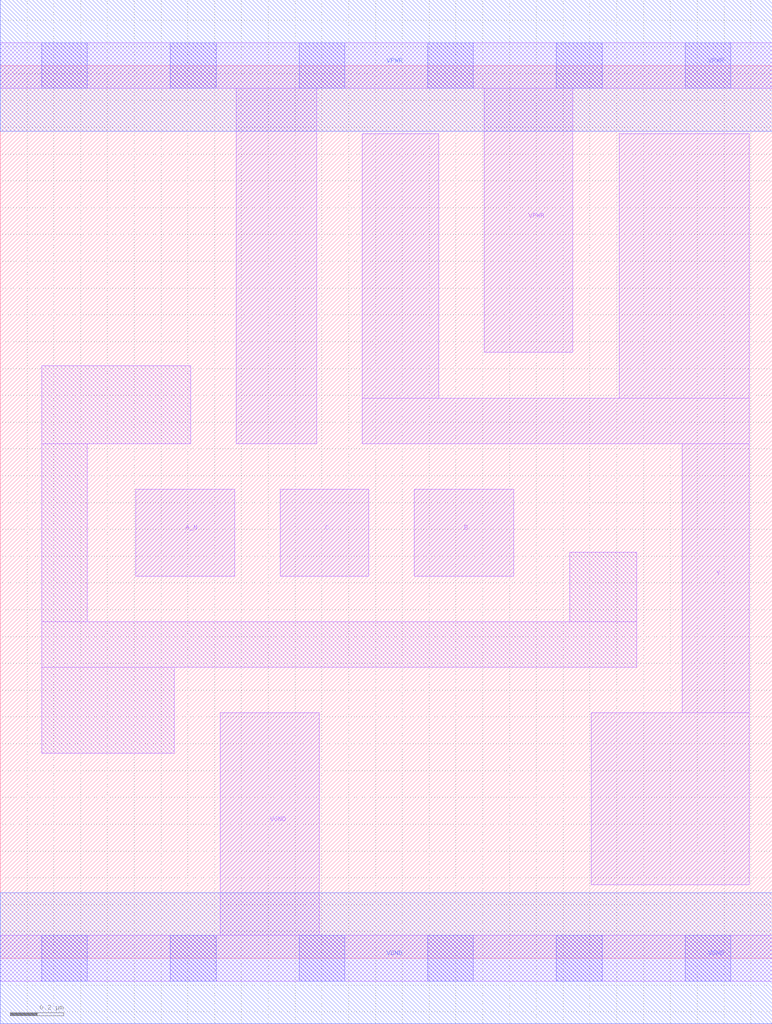
<source format=lef>
# Copyright 2020 The SkyWater PDK Authors
#
# Licensed under the Apache License, Version 2.0 (the "License");
# you may not use this file except in compliance with the License.
# You may obtain a copy of the License at
#
#     https://www.apache.org/licenses/LICENSE-2.0
#
# Unless required by applicable law or agreed to in writing, software
# distributed under the License is distributed on an "AS IS" BASIS,
# WITHOUT WARRANTIES OR CONDITIONS OF ANY KIND, either express or implied.
# See the License for the specific language governing permissions and
# limitations under the License.
#
# SPDX-License-Identifier: Apache-2.0

VERSION 5.7 ;
  NAMESCASESENSITIVE ON ;
  NOWIREEXTENSIONATPIN ON ;
  DIVIDERCHAR "/" ;
  BUSBITCHARS "[]" ;
UNITS
  DATABASE MICRONS 200 ;
END UNITS
MACRO sky130_fd_sc_lp__nand3b_1
  CLASS CORE ;
  SOURCE USER ;
  FOREIGN sky130_fd_sc_lp__nand3b_1 ;
  ORIGIN  0.000000  0.000000 ;
  SIZE  2.880000 BY  3.330000 ;
  SYMMETRY X Y R90 ;
  SITE unit ;
  PIN A_N
    ANTENNAGATEAREA  0.126000 ;
    DIRECTION INPUT ;
    USE SIGNAL ;
    PORT
      LAYER li1 ;
        RECT 0.505000 1.425000 0.875000 1.750000 ;
    END
  END A_N
  PIN B
    ANTENNAGATEAREA  0.315000 ;
    DIRECTION INPUT ;
    USE SIGNAL ;
    PORT
      LAYER li1 ;
        RECT 1.545000 1.425000 1.915000 1.750000 ;
    END
  END B
  PIN C
    ANTENNAGATEAREA  0.315000 ;
    DIRECTION INPUT ;
    USE SIGNAL ;
    PORT
      LAYER li1 ;
        RECT 1.045000 1.425000 1.375000 1.750000 ;
    END
  END C
  PIN Y
    ANTENNADIFFAREA  0.909300 ;
    DIRECTION OUTPUT ;
    USE SIGNAL ;
    PORT
      LAYER li1 ;
        RECT 1.350000 1.920000 2.795000 2.090000 ;
        RECT 1.350000 2.090000 1.635000 3.075000 ;
        RECT 2.205000 0.275000 2.795000 0.915000 ;
        RECT 2.310000 2.090000 2.795000 3.075000 ;
        RECT 2.545000 0.915000 2.795000 1.920000 ;
    END
  END Y
  PIN VGND
    DIRECTION INOUT ;
    USE GROUND ;
    PORT
      LAYER li1 ;
        RECT 0.000000 -0.085000 2.880000 0.085000 ;
        RECT 0.820000  0.085000 1.190000 0.915000 ;
      LAYER mcon ;
        RECT 0.155000 -0.085000 0.325000 0.085000 ;
        RECT 0.635000 -0.085000 0.805000 0.085000 ;
        RECT 1.115000 -0.085000 1.285000 0.085000 ;
        RECT 1.595000 -0.085000 1.765000 0.085000 ;
        RECT 2.075000 -0.085000 2.245000 0.085000 ;
        RECT 2.555000 -0.085000 2.725000 0.085000 ;
      LAYER met1 ;
        RECT 0.000000 -0.245000 2.880000 0.245000 ;
    END
  END VGND
  PIN VPWR
    DIRECTION INOUT ;
    USE POWER ;
    PORT
      LAYER li1 ;
        RECT 0.000000 3.245000 2.880000 3.415000 ;
        RECT 0.880000 1.920000 1.180000 3.245000 ;
        RECT 1.805000 2.260000 2.135000 3.245000 ;
      LAYER mcon ;
        RECT 0.155000 3.245000 0.325000 3.415000 ;
        RECT 0.635000 3.245000 0.805000 3.415000 ;
        RECT 1.115000 3.245000 1.285000 3.415000 ;
        RECT 1.595000 3.245000 1.765000 3.415000 ;
        RECT 2.075000 3.245000 2.245000 3.415000 ;
        RECT 2.555000 3.245000 2.725000 3.415000 ;
      LAYER met1 ;
        RECT 0.000000 3.085000 2.880000 3.575000 ;
    END
  END VPWR
  OBS
    LAYER li1 ;
      RECT 0.155000 0.765000 0.650000 1.085000 ;
      RECT 0.155000 1.085000 2.375000 1.255000 ;
      RECT 0.155000 1.255000 0.325000 1.920000 ;
      RECT 0.155000 1.920000 0.710000 2.210000 ;
      RECT 2.125000 1.255000 2.375000 1.515000 ;
  END
END sky130_fd_sc_lp__nand3b_1

</source>
